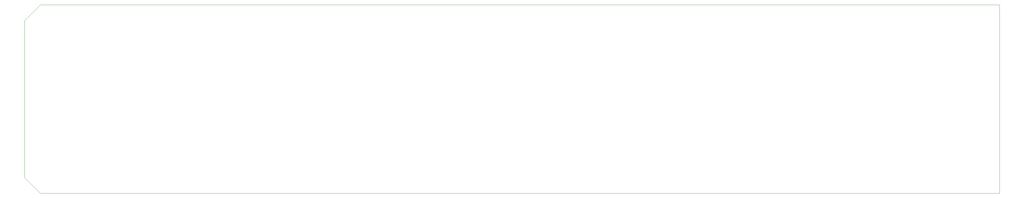
<source format=gm1>
G04 #@! TF.GenerationSoftware,KiCad,Pcbnew,8.0.6*
G04 #@! TF.CreationDate,2025-05-06T17:21:28+09:00*
G04 #@! TF.ProjectId,PCB_Keys,5043425f-4b65-4797-932e-6b696361645f,rev?*
G04 #@! TF.SameCoordinates,Original*
G04 #@! TF.FileFunction,Profile,NP*
%FSLAX46Y46*%
G04 Gerber Fmt 4.6, Leading zero omitted, Abs format (unit mm)*
G04 Created by KiCad (PCBNEW 8.0.6) date 2025-05-06 17:21:28*
%MOMM*%
%LPD*%
G01*
G04 APERTURE LIST*
G04 #@! TA.AperFunction,Profile*
%ADD10C,0.050000*%
G04 #@! TD*
G04 APERTURE END LIST*
D10*
X54635000Y-174630000D02*
X59635000Y-179630000D01*
X54635000Y-174630000D02*
X54635000Y-124630000D01*
X59635000Y-119630000D02*
X364635000Y-119630000D01*
X364635000Y-179630000D02*
X59635000Y-179630000D01*
X364635000Y-119630000D02*
X364635000Y-179630000D01*
X54635000Y-124630000D02*
X59635000Y-119630000D01*
M02*

</source>
